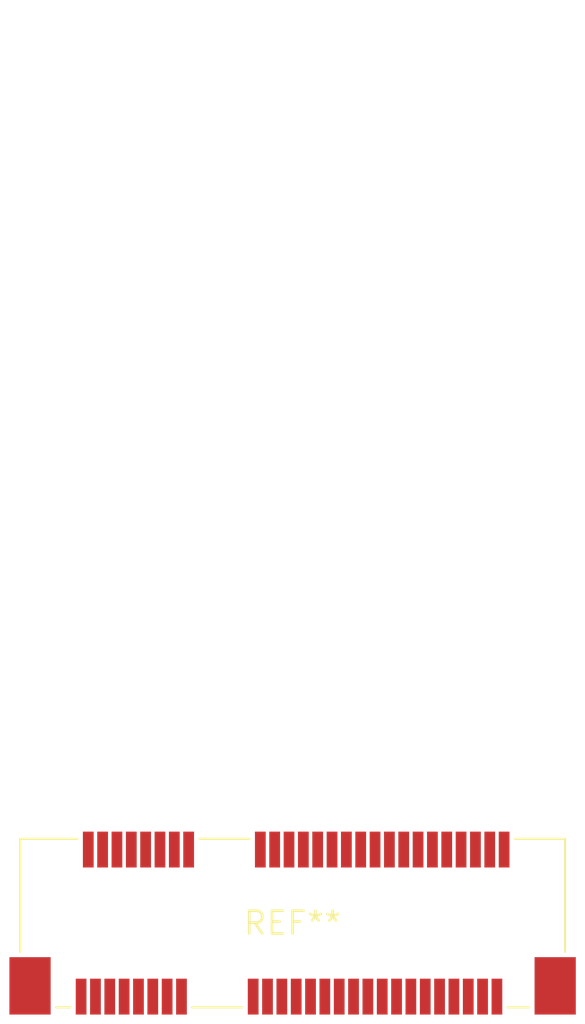
<source format=kicad_pcb>
(kicad_pcb (version 20240108) (generator pcbnew)
  (layers (0 "F.Cu" signal) (31 "B.Cu" signal) (34 "B.Paste" user) (35 "F.Paste" user) (36 "B.SilkS" user "B.Silkscreen") (37 "F.SilkS" user "F.Silkscreen") (38 "B.Mask" user) (39 "F.Mask" user) (44 "Edge.Cuts" user))
  (net 0 "")
  (footprint "BUS_PCI_Express_Mini_Dual" (layer "F.Cu") (at 0 0)
    (property "Reference" "REF**")
    (property "Value" "BUS_PCI_Express_Mini_Dual")
    (fp_line (start -15.2 -4.7) (end -15.2 1.6) (layer "F.SilkS") (stroke (width 0.12)))
    (fp_line (start -13.2 4.7) (end -12.4 4.7) (layer "F.SilkS") (stroke (width 0.12)))
    (fp_line (start -12 -4.7) (end -15.2 -4.7) (layer "F.SilkS") (stroke (width 0.12)))
    (fp_line (start -5.6 4.7) (end -2.8 4.7) (layer "F.SilkS") (stroke (width 0.12)))
    (fp_line (start -5.2 -4.7) (end -2.4 -4.7) (layer "F.SilkS") (stroke (width 0.12)))
    (fp_line (start 12 4.7) (end 13.2 4.7) (layer "F.SilkS") (stroke (width 0.12)))
    (fp_line (start 12.4 -4.7) (end 15.2 -4.7) (layer "F.SilkS") (stroke (width 0.12)))
    (fp_line (start 15.2 1.6) (end 15.2 -4.7) (layer "F.SilkS") (stroke (width 0.12)))
    (pad "" np_thru_hole circle (at -12.5 0) (size 1.6 1.6) (drill 1.6) (layers *.Cu *.Mask))
    (pad "" np_thru_hole circle (at 12.5 0) (size 1.1 1.1) (drill 1.1) (layers *.Cu *.Mask))
    (pad "1" smd rect (at -11.8 4.1) (size 0.6 2) (layers "F.Cu" "F.Paste" "F.Mask"))
    (pad "2" smd rect (at -11.4 -4.1) (size 0.6 2) (layers "F.Cu" "F.Paste" "F.Mask"))
    (pad "3" smd rect (at -11 4.1) (size 0.6 2) (layers "F.Cu" "F.Paste" "F.Mask"))
    (pad "4" smd rect (at -10.6 -4.1) (size 0.6 2) (layers "F.Cu" "F.Paste" "F.Mask"))
    (pad "5" smd rect (at -10.2 4.1) (size 0.6 2) (layers "F.Cu" "F.Paste" "F.Mask"))
    (pad "6" smd rect (at -9.8 -4.1) (size 0.6 2) (layers "F.Cu" "F.Paste" "F.Mask"))
    (pad "7" smd rect (at -9.4 4.1) (size 0.6 2) (layers "F.Cu" "F.Paste" "F.Mask"))
    (pad "8" smd rect (at -9 -4.1) (size 0.6 2) (layers "F.Cu" "F.Paste" "F.Mask"))
    (pad "9" smd rect (at -8.6 4.1) (size 0.6 2) (layers "F.Cu" "F.Paste" "F.Mask"))
    (pad "10" smd rect (at -8.2 -4.1) (size 0.6 2) (layers "F.Cu" "F.Paste" "F.Mask"))
    (pad "11" smd rect (at -7.8 4.1) (size 0.6 2) (layers "F.Cu" "F.Paste" "F.Mask"))
    (pad "12" smd rect (at -7.4 -4.1) (size 0.6 2) (layers "F.Cu" "F.Paste" "F.Mask"))
    (pad "13" smd rect (at -7 4.1) (size 0.6 2) (layers "F.Cu" "F.Paste" "F.Mask"))
    (pad "14" smd rect (at -6.6 -4.1) (size 0.6 2) (layers "F.Cu" "F.Paste" "F.Mask"))
    (pad "15" smd rect (at -6.2 4.1) (size 0.6 2) (layers "F.Cu" "F.Paste" "F.Mask"))
    (pad "16" smd rect (at -5.8 -4.1) (size 0.6 2) (layers "F.Cu" "F.Paste" "F.Mask"))
    (pad "17" smd rect (at -2.2 4.1) (size 0.6 2) (layers "F.Cu" "F.Paste" "F.Mask"))
    (pad "18" smd rect (at -1.8 -4.1) (size 0.6 2) (layers "F.Cu" "F.Paste" "F.Mask"))
    (pad "19" smd rect (at -1.4 4.1) (size 0.6 2) (layers "F.Cu" "F.Paste" "F.Mask"))
    (pad "20" smd rect (at -1 -4.1) (size 0.6 2) (layers "F.Cu" "F.Paste" "F.Mask"))
    (pad "21" smd rect (at -0.6 4.1) (size 0.6 2) (layers "F.Cu" "F.Paste" "F.Mask"))
    (pad "22" smd rect (at -0.2 -4.1) (size 0.6 2) (layers "F.Cu" "F.Paste" "F.Mask"))
    (pad "23" smd rect (at 0.2 4.1) (size 0.6 2) (layers "F.Cu" "F.Paste" "F.Mask"))
    (pad "24" smd rect (at 0.6 -4.1) (size 0.6 2) (layers "F.Cu" "F.Paste" "F.Mask"))
    (pad "25" smd rect (at 1 4.1) (size 0.6 2) (layers "F.Cu" "F.Paste" "F.Mask"))
    (pad "26" smd rect (at 1.4 -4.1) (size 0.6 2) (layers "F.Cu" "F.Paste" "F.Mask"))
    (pad "27" smd rect (at 1.8 4.1) (size 0.6 2) (layers "F.Cu" "F.Paste" "F.Mask"))
    (pad "28" smd rect (at 2.2 -4.1) (size 0.6 2) (layers "F.Cu" "F.Paste" "F.Mask"))
    (pad "29" smd rect (at 2.6 4.1) (size 0.6 2) (layers "F.Cu" "F.Paste" "F.Mask"))
    (pad "30" smd rect (at 3 -4.1) (size 0.6 2) (layers "F.Cu" "F.Paste" "F.Mask"))
    (pad "31" smd rect (at 3.4 4.1) (size 0.6 2) (layers "F.Cu" "F.Paste" "F.Mask"))
    (pad "32" smd rect (at 3.8 -4.1) (size 0.6 2) (layers "F.Cu" "F.Paste" "F.Mask"))
    (pad "33" smd rect (at 4.2 4.1) (size 0.6 2) (layers "F.Cu" "F.Paste" "F.Mask"))
    (pad "34" smd rect (at 4.6 -4.1) (size 0.6 2) (layers "F.Cu" "F.Paste" "F.Mask"))
    (pad "35" smd rect (at 5 4.1) (size 0.6 2) (layers "F.Cu" "F.Paste" "F.Mask"))
    (pad "36" smd rect (at 5.4 -4.1) (size 0.6 2) (layers "F.Cu" "F.Paste" "F.Mask"))
    (pad "37" smd rect (at 5.8 4.1) (size 0.6 2) (layers "F.Cu" "F.Paste" "F.Mask"))
    (pad "38" smd rect (at 6.2 -4.1) (size 0.6 2) (layers "F.Cu" "F.Paste" "F.Mask"))
    (pad "39" smd rect (at 6.6 4.1) (size 0.6 2) (layers "F.Cu" "F.Paste" "F.Mask"))
    (pad "40" smd rect (at 7 -4.1) (size 0.6 2) (layers "F.Cu" "F.Paste" "F.Mask"))
    (pad "41" smd rect (at 7.4 4.1) (size 0.6 2) (layers "F.Cu" "F.Paste" "F.Mask"))
    (pad "42" smd rect (at 7.8 -4.1) (size 0.6 2) (layers "F.Cu" "F.Paste" "F.Mask"))
    (pad "43" smd rect (at 8.2 4.1) (size 0.6 2) (layers "F.Cu" "F.Paste" "F.Mask"))
    (pad "44" smd rect (at 8.6 -4.1) (size 0.6 2) (layers "F.Cu" "F.Paste" "F.Mask"))
    (pad "45" smd rect (at 9 4.1) (size 0.6 2) (layers "F.Cu" "F.Paste" "F.Mask"))
    (pad "46" smd rect (at 9.4 -4.1) (size 0.6 2) (layers "F.Cu" "F.Paste" "F.Mask"))
    (pad "47" smd rect (at 9.8 4.1) (size 0.6 2) (layers "F.Cu" "F.Paste" "F.Mask"))
    (pad "48" smd rect (at 10.2 -4.1) (size 0.6 2) (layers "F.Cu" "F.Paste" "F.Mask"))
    (pad "49" smd rect (at 10.6 4.1) (size 0.6 2) (layers "F.Cu" "F.Paste" "F.Mask"))
    (pad "50" smd rect (at 11 -4.1) (size 0.6 2) (layers "F.Cu" "F.Paste" "F.Mask"))
    (pad "51" smd rect (at 11.4 4.1) (size 0.6 2) (layers "F.Cu" "F.Paste" "F.Mask"))
    (pad "52" smd rect (at 11.8 -4.1) (size 0.6 2) (layers "F.Cu" "F.Paste" "F.Mask"))
    (pad "MP" smd rect (at -14.65 3.5) (size 2.3 3.2) (layers "F.Cu" "F.Paste" "F.Mask"))
    (pad "MP" smd rect (at 14.65 3.5) (size 2.3 3.2) (layers "F.Cu" "F.Paste" "F.Mask"))
  )
)
</source>
